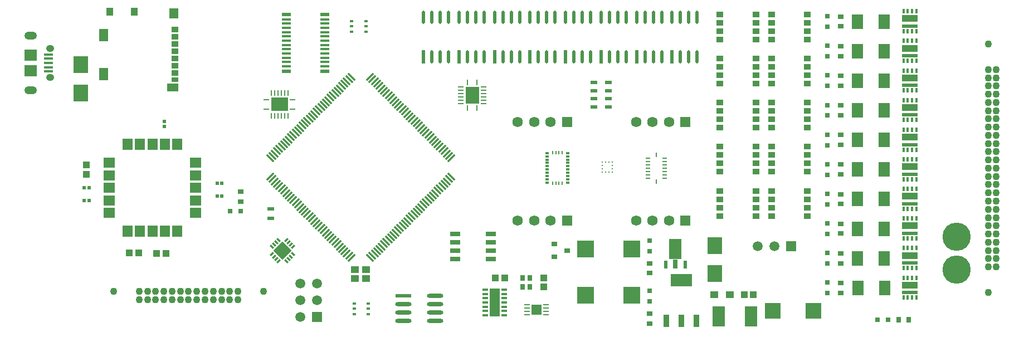
<source format=gbr>
%TF.GenerationSoftware,Altium Limited,Altium Designer,22.4.2 (48)*%
G04 Layer_Color=255*
%FSLAX45Y45*%
%MOMM*%
%TF.SameCoordinates,3A7B4B19-9BDF-4AC5-8A71-DEF6C9DA19E2*%
%TF.FilePolarity,Positive*%
%TF.FileFunction,Pads,Top*%
%TF.Part,Single*%
G01*
G75*
%TA.AperFunction,SMDPad,CuDef*%
G04:AMPARAMS|DCode=20|XSize=0.3mm|YSize=1.5mm|CornerRadius=0mm|HoleSize=0mm|Usage=FLASHONLY|Rotation=315.000|XOffset=0mm|YOffset=0mm|HoleType=Round|Shape=Rectangle|*
%AMROTATEDRECTD20*
4,1,4,-0.63640,-0.42426,0.42426,0.63640,0.63640,0.42426,-0.42426,-0.63640,-0.63640,-0.42426,0.0*
%
%ADD20ROTATEDRECTD20*%

G04:AMPARAMS|DCode=21|XSize=0.3mm|YSize=1.5mm|CornerRadius=0mm|HoleSize=0mm|Usage=FLASHONLY|Rotation=45.000|XOffset=0mm|YOffset=0mm|HoleType=Round|Shape=Rectangle|*
%AMROTATEDRECTD21*
4,1,4,0.42426,-0.63640,-0.63640,0.42426,-0.42426,0.63640,0.63640,-0.42426,0.42426,-0.63640,0.0*
%
%ADD21ROTATEDRECTD21*%

%ADD22R,0.28000X0.85000*%
%ADD23R,0.40640X0.68580*%
%ADD24R,1.14000X0.91000*%
%ADD25O,0.50000X2.00000*%
%ADD26R,0.67500X0.25000*%
%ADD27R,0.80000X0.80000*%
%ADD28R,1.05000X1.10000*%
%ADD29R,2.35000X2.45000*%
%ADD30R,0.90000X1.85000*%
%ADD31R,0.55000X1.30000*%
%ADD32R,0.80000X0.80000*%
%ADD33R,3.20000X1.85000*%
%ADD34R,1.10000X0.60000*%
%TA.AperFunction,ConnectorPad*%
%ADD35R,1.35000X0.40000*%
%TA.AperFunction,SMDPad,CuDef*%
%ADD36R,2.05000X2.55000*%
%ADD37R,0.85000X0.28000*%
%TA.AperFunction,SMDPad,SMDef*%
%ADD38R,0.25000X0.47500*%
%ADD39R,0.47500X0.35000*%
%TA.AperFunction,SMDPad,CuDef*%
%ADD40R,0.27500X0.25000*%
%TA.AperFunction,ConnectorPad*%
%ADD41R,1.35000X0.60000*%
%TA.AperFunction,SMDPad,CuDef*%
%ADD42R,2.55000X2.05000*%
%ADD43R,1.35000X1.55000*%
%ADD44R,1.10000X0.85000*%
%TA.AperFunction,ConnectorPad*%
%ADD45R,1.90000X1.80000*%
%TA.AperFunction,SMDPad,CuDef*%
%ADD46R,1.80000X1.17000*%
%ADD47R,1.50000X1.80000*%
%ADD48R,1.80000X1.50000*%
%ADD49R,1.10000X1.05000*%
%ADD50R,0.90000X0.80000*%
%ADD51R,1.52500X0.65000*%
%ADD52R,0.80000X0.90000*%
G04:AMPARAMS|DCode=53|XSize=0.85mm|YSize=0.25mm|CornerRadius=0.125mm|HoleSize=0mm|Usage=FLASHONLY|Rotation=0.000|XOffset=0mm|YOffset=0mm|HoleType=Round|Shape=RoundedRectangle|*
%AMROUNDEDRECTD53*
21,1,0.85000,0.00000,0,0,0.0*
21,1,0.60000,0.25000,0,0,0.0*
1,1,0.25000,0.30000,0.00000*
1,1,0.25000,-0.30000,0.00000*
1,1,0.25000,-0.30000,0.00000*
1,1,0.25000,0.30000,0.00000*
%
%ADD53ROUNDEDRECTD53*%
%ADD54R,1.50000X1.60000*%
%ADD55R,0.85000X0.35000*%
%ADD56R,1.20000X1.00000*%
%ADD57R,1.65000X4.25000*%
G04:AMPARAMS|DCode=58|XSize=2.46916mm|YSize=0.62213mm|CornerRadius=0.31107mm|HoleSize=0mm|Usage=FLASHONLY|Rotation=0.000|XOffset=0mm|YOffset=0mm|HoleType=Round|Shape=RoundedRectangle|*
%AMROUNDEDRECTD58*
21,1,2.46916,0.00000,0,0,0.0*
21,1,1.84702,0.62213,0,0,0.0*
1,1,0.62213,0.92351,0.00000*
1,1,0.62213,-0.92351,0.00000*
1,1,0.62213,-0.92351,0.00000*
1,1,0.62213,0.92351,0.00000*
%
%ADD58ROUNDEDRECTD58*%
%ADD59P,2.82843X4X180.0*%
G04:AMPARAMS|DCode=60|XSize=0.65mm|YSize=0.25mm|CornerRadius=0mm|HoleSize=0mm|Usage=FLASHONLY|Rotation=45.000|XOffset=0mm|YOffset=0mm|HoleType=Round|Shape=Rectangle|*
%AMROTATEDRECTD60*
4,1,4,-0.14142,-0.31820,-0.31820,-0.14142,0.14142,0.31820,0.31820,0.14142,-0.14142,-0.31820,0.0*
%
%ADD60ROTATEDRECTD60*%

%ADD61R,0.60000X0.40000*%
%ADD62R,0.90000X0.70000*%
%ADD63R,2.43840X0.55880*%
%ADD64R,2.43840X1.04140*%
%ADD65R,1.78000X2.16000*%
%ADD66R,2.46916X0.62213*%
%ADD67R,0.80000X1.47500*%
%ADD68R,1.85000X3.12500*%
%ADD69R,0.70000X0.90000*%
%ADD70R,0.51535X0.47247*%
%ADD71R,0.47247X0.51535*%
%ADD72R,2.30000X2.50000*%
%ADD73R,0.50000X2.00000*%
%ADD74R,2.50000X2.50000*%
%ADD75R,1.15000X1.00000*%
%ADD76R,1.95580X3.14960*%
%ADD77R,0.25000X0.67500*%
%ADD78R,0.25000X0.27500*%
%ADD79R,1.35000X1.90000*%
%ADD80R,1.00000X1.20000*%
%ADD81R,1.10000X0.75000*%
G04:AMPARAMS|DCode=82|XSize=0.65mm|YSize=0.25mm|CornerRadius=0mm|HoleSize=0mm|Usage=FLASHONLY|Rotation=135.000|XOffset=0mm|YOffset=0mm|HoleType=Round|Shape=Rectangle|*
%AMROTATEDRECTD82*
4,1,4,0.31820,-0.14142,0.14142,-0.31820,-0.31820,0.14142,-0.14142,0.31820,0.31820,-0.14142,0.0*
%
%ADD82ROTATEDRECTD82*%

%TA.AperFunction,ComponentPad*%
%ADD85C,1.10000*%
%ADD86C,4.30000*%
%ADD87C,1.50000*%
%ADD88C,1.59000*%
%ADD89O,1.25000X1.05000*%
%ADD90O,1.90000X1.20000*%
%ADD91R,1.59000X1.59000*%
%ADD92R,1.50000X1.50000*%
%ADD93R,1.50000X1.50000*%
D20*
X6141117Y3016168D02*
D03*
X6423959Y2733325D02*
D03*
X6530024Y2627262D02*
D03*
X6565381Y2591904D02*
D03*
X6600734Y2556551D02*
D03*
X6706802Y2450484D02*
D03*
X6671445Y2485841D02*
D03*
X6636091Y2521194D02*
D03*
X6211828Y2945457D02*
D03*
X6388602Y2768682D02*
D03*
X6105760Y3051525D02*
D03*
X6070407Y3086878D02*
D03*
X5858275Y3299010D02*
D03*
X5822918Y3334367D02*
D03*
X6176471Y2980814D02*
D03*
X7661396Y4536446D02*
D03*
X8121012Y4076829D02*
D03*
X6035050Y3122235D02*
D03*
X6494670Y2662615D02*
D03*
X6989644Y2167641D02*
D03*
X7307843Y4889999D02*
D03*
X7343196Y4854645D02*
D03*
X7378553Y4819288D02*
D03*
X7413907Y4783935D02*
D03*
X7449264Y4748578D02*
D03*
X7484617Y4713224D02*
D03*
X7519975Y4677867D02*
D03*
X7555328Y4642514D02*
D03*
X7590685Y4607157D02*
D03*
X7626039Y4571803D02*
D03*
X7696749Y4501093D02*
D03*
X7732106Y4465736D02*
D03*
X7767460Y4430382D02*
D03*
X7802817Y4395025D02*
D03*
X7838170Y4359671D02*
D03*
X7873528Y4324314D02*
D03*
X7908881Y4288961D02*
D03*
X7944238Y4253604D02*
D03*
X7979591Y4218250D02*
D03*
X8014948Y4182893D02*
D03*
X8050302Y4147540D02*
D03*
X8085659Y4112183D02*
D03*
X8156370Y4041472D02*
D03*
X8191723Y4006119D02*
D03*
X8227080Y3970762D02*
D03*
X8262434Y3935408D02*
D03*
X8297791Y3900051D02*
D03*
X8333144Y3864698D02*
D03*
X8368501Y3829341D02*
D03*
X8403854Y3793987D02*
D03*
X8439211Y3758630D02*
D03*
X8474565Y3723277D02*
D03*
X8509922Y3687920D02*
D03*
X8545276Y3652566D02*
D03*
X7024997Y2132288D02*
D03*
X6954287Y2202998D02*
D03*
X6918933Y2238352D02*
D03*
X6883576Y2273709D02*
D03*
X6848223Y2309062D02*
D03*
X6812866Y2344419D02*
D03*
X6777512Y2379773D02*
D03*
X6742155Y2415130D02*
D03*
X6459313Y2697972D02*
D03*
X6353249Y2804036D02*
D03*
X6317892Y2839393D02*
D03*
X6282538Y2874747D02*
D03*
X6247181Y2910104D02*
D03*
X5999696Y3157589D02*
D03*
X5964339Y3192946D02*
D03*
X5928986Y3228299D02*
D03*
X5893629Y3263656D02*
D03*
X5787565Y3369720D02*
D03*
D21*
X8227080Y3051528D02*
D03*
X8262434Y3086882D02*
D03*
X8297791Y3122239D02*
D03*
X8333144Y3157592D02*
D03*
X6671448Y4536446D02*
D03*
X6706805Y4571803D02*
D03*
X7626039Y2450487D02*
D03*
X7590685Y2415134D02*
D03*
X6742159Y4607157D02*
D03*
X5999700Y3864698D02*
D03*
X6035053Y3900051D02*
D03*
X6848226Y4713224D02*
D03*
X6459317Y4324315D02*
D03*
X6423963Y4288961D02*
D03*
X8509922Y3334371D02*
D03*
X8014948Y2839397D02*
D03*
X6636095Y4501093D02*
D03*
X8545276Y3369724D02*
D03*
X8474565Y3299013D02*
D03*
X8439211Y3263660D02*
D03*
X8403854Y3228303D02*
D03*
X8368501Y3192949D02*
D03*
X8191723Y3016171D02*
D03*
X8156370Y2980818D02*
D03*
X8121012Y2945461D02*
D03*
X8085659Y2910107D02*
D03*
X8050302Y2874750D02*
D03*
X7979591Y2804040D02*
D03*
X7944238Y2768686D02*
D03*
X7908881Y2733329D02*
D03*
X7873527Y2697976D02*
D03*
X7838170Y2662619D02*
D03*
X7802817Y2627265D02*
D03*
X7767460Y2591908D02*
D03*
X7732106Y2556555D02*
D03*
X7696749Y2521198D02*
D03*
X7661396Y2485844D02*
D03*
X7555328Y2379777D02*
D03*
X7519975Y2344423D02*
D03*
X7484617Y2309066D02*
D03*
X7449264Y2273712D02*
D03*
X7413907Y2238355D02*
D03*
X7378553Y2203002D02*
D03*
X7343196Y2167645D02*
D03*
X7307843Y2132291D02*
D03*
X5787568Y3652566D02*
D03*
X5822922Y3687920D02*
D03*
X5858279Y3723277D02*
D03*
X5893632Y3758630D02*
D03*
X5928989Y3793987D02*
D03*
X5964343Y3829341D02*
D03*
X6070411Y3935408D02*
D03*
X6105764Y3970762D02*
D03*
X6141121Y4006119D02*
D03*
X6176474Y4041472D02*
D03*
X6211831Y4076829D02*
D03*
X6247185Y4112183D02*
D03*
X6282542Y4147540D02*
D03*
X6317895Y4182893D02*
D03*
X6353252Y4218250D02*
D03*
X6388606Y4253604D02*
D03*
X6494674Y4359672D02*
D03*
X6530027Y4395025D02*
D03*
X6565384Y4430382D02*
D03*
X6600738Y4465736D02*
D03*
X6777516Y4642514D02*
D03*
X6812869Y4677867D02*
D03*
X6883580Y4748578D02*
D03*
X6918937Y4783935D02*
D03*
X6954290Y4819288D02*
D03*
X6989647Y4854645D02*
D03*
X7025001Y4889999D02*
D03*
D22*
X5807500Y4642500D02*
D03*
X8784999Y4412499D02*
D03*
X5907500Y4642500D02*
D03*
X6057500D02*
D03*
X6007500D02*
D03*
X5957500D02*
D03*
X5857500D02*
D03*
X5807500Y4297500D02*
D03*
X5857500D02*
D03*
X5907500Y4297500D02*
D03*
X5957500D02*
D03*
X6007500D02*
D03*
X6057500D02*
D03*
X8784999Y4807500D02*
D03*
X8935002Y4412499D02*
D03*
Y4807500D02*
D03*
D23*
X15610001Y5884997D02*
D03*
X15545001D02*
D03*
X15545004Y5434997D02*
D03*
X15480003Y5884997D02*
D03*
X15480005Y5434997D02*
D03*
X15610002D02*
D03*
X15480005Y4984997D02*
D03*
X15545004D02*
D03*
X15610002D02*
D03*
X15609998Y4534997D02*
D03*
X15545004Y4084997D02*
D03*
X15610002D02*
D03*
X15480000Y4534997D02*
D03*
X15545000D02*
D03*
X15480005Y4084997D02*
D03*
Y3634998D02*
D03*
X15610002D02*
D03*
X15545004D02*
D03*
X15609998Y3184998D02*
D03*
X15545004Y2734998D02*
D03*
X15610002D02*
D03*
X15480000Y3184998D02*
D03*
X15545000D02*
D03*
X15480005Y2734998D02*
D03*
X15609998Y2284998D02*
D03*
X15545000Y1834998D02*
D03*
X15609998D02*
D03*
X15545000Y2284998D02*
D03*
X15480000D02*
D03*
Y1834998D02*
D03*
X15415004Y5582737D02*
D03*
X15480003D02*
D03*
X15545001D02*
D03*
X15610001D02*
D03*
X15415004Y5884997D02*
D03*
X15415001Y1532738D02*
D03*
X15480000D02*
D03*
X15545000D02*
D03*
X15609998D02*
D03*
X15415001Y1834998D02*
D03*
X15415007Y3634998D02*
D03*
X15610002Y3332738D02*
D03*
X15545004D02*
D03*
X15480005D02*
D03*
X15415007D02*
D03*
Y2734998D02*
D03*
X15610002Y2432738D02*
D03*
X15545004D02*
D03*
X15480005D02*
D03*
X15415007D02*
D03*
X15415001Y4534997D02*
D03*
X15609998Y4232737D02*
D03*
X15545000D02*
D03*
X15480000D02*
D03*
X15415001D02*
D03*
X15415007Y5434997D02*
D03*
X15610002Y5132737D02*
D03*
X15545004D02*
D03*
X15480005D02*
D03*
X15415007D02*
D03*
X15415001Y3184998D02*
D03*
X15609998Y2882738D02*
D03*
X15545000D02*
D03*
X15480000D02*
D03*
X15415001D02*
D03*
X15415007Y4084997D02*
D03*
X15610002Y3782737D02*
D03*
X15545004D02*
D03*
X15480005D02*
D03*
X15415007D02*
D03*
X15415001Y2284998D02*
D03*
X15609998Y1982738D02*
D03*
X15545000D02*
D03*
X15480000D02*
D03*
X15415001D02*
D03*
X15415007Y4984997D02*
D03*
X15610002Y4682737D02*
D03*
X15545004D02*
D03*
X15480005D02*
D03*
X15415007D02*
D03*
D24*
X13406996Y5454500D02*
D03*
Y5708500D02*
D03*
Y5038500D02*
D03*
Y4784500D02*
D03*
X12626997Y5708500D02*
D03*
Y5454500D02*
D03*
Y5038500D02*
D03*
X13406996Y4368501D02*
D03*
Y4114501D02*
D03*
Y3698501D02*
D03*
X12626997Y4784500D02*
D03*
Y4368501D02*
D03*
Y4114501D02*
D03*
Y3698501D02*
D03*
X13406996Y3444501D02*
D03*
X12626997D02*
D03*
X13406996Y2774501D02*
D03*
Y3028501D02*
D03*
X12626997D02*
D03*
Y2774501D02*
D03*
X13406996Y5835500D02*
D03*
Y5581500D02*
D03*
X13952995Y5835500D02*
D03*
Y5708500D02*
D03*
Y5581500D02*
D03*
Y5454500D02*
D03*
X12626997Y3155501D02*
D03*
Y2901501D02*
D03*
X13172997Y3155501D02*
D03*
Y3028501D02*
D03*
Y2901501D02*
D03*
Y2774501D02*
D03*
X13406996Y3155501D02*
D03*
Y2901501D02*
D03*
X13952995Y3155501D02*
D03*
Y3028501D02*
D03*
Y2901501D02*
D03*
Y2774501D02*
D03*
X12626997Y3825501D02*
D03*
Y3571501D02*
D03*
X13172997Y3825501D02*
D03*
Y3698501D02*
D03*
Y3571501D02*
D03*
Y3444501D02*
D03*
X13406996Y3825501D02*
D03*
Y3571501D02*
D03*
X13952995Y3825501D02*
D03*
Y3698501D02*
D03*
Y3571501D02*
D03*
Y3444501D02*
D03*
X12626997Y4495501D02*
D03*
Y4241501D02*
D03*
X13172997Y4495501D02*
D03*
Y4368501D02*
D03*
Y4241501D02*
D03*
Y4114501D02*
D03*
X13406996Y4495501D02*
D03*
Y4241501D02*
D03*
X13952995Y4495501D02*
D03*
Y4368501D02*
D03*
Y4241501D02*
D03*
Y4114501D02*
D03*
X12626997Y5165500D02*
D03*
Y4911500D02*
D03*
X13172997Y5165500D02*
D03*
Y5038500D02*
D03*
Y4911500D02*
D03*
Y4784500D02*
D03*
X13406996Y5165500D02*
D03*
Y4911500D02*
D03*
X13952995Y5165500D02*
D03*
Y5038500D02*
D03*
Y4911500D02*
D03*
Y4784500D02*
D03*
X12626997Y5835500D02*
D03*
Y5581500D02*
D03*
X13172997Y5835500D02*
D03*
Y5708500D02*
D03*
Y5581500D02*
D03*
Y5454500D02*
D03*
D25*
X12279997Y5190000D02*
D03*
X11199997D02*
D03*
X11739997D02*
D03*
X10659997D02*
D03*
X10119997D02*
D03*
X9579997D02*
D03*
X9039997D02*
D03*
X8499997D02*
D03*
X9579997Y5789998D02*
D03*
X9452997D02*
D03*
X9325997D02*
D03*
X9198997D02*
D03*
X9452997Y5190000D02*
D03*
X9325997D02*
D03*
X10119997Y5789998D02*
D03*
X9992997D02*
D03*
X9865997D02*
D03*
X9738997D02*
D03*
X9992997Y5190000D02*
D03*
X9865997D02*
D03*
X9039997Y5789998D02*
D03*
X8912997D02*
D03*
X8785997D02*
D03*
X8658997D02*
D03*
X8912997Y5190000D02*
D03*
X8785997D02*
D03*
X8245997D02*
D03*
X8372997D02*
D03*
X8118997Y5789998D02*
D03*
X8245997D02*
D03*
X8372997D02*
D03*
X8499997D02*
D03*
X11199997D02*
D03*
X11072997D02*
D03*
X10945997D02*
D03*
X10818997D02*
D03*
X11072997Y5190000D02*
D03*
X10945997D02*
D03*
X12279997Y5789998D02*
D03*
X12152997D02*
D03*
X12025997D02*
D03*
X11898997D02*
D03*
X12152997Y5190000D02*
D03*
X12025997D02*
D03*
X10659997Y5789998D02*
D03*
X10532997D02*
D03*
X10405997D02*
D03*
X10278997D02*
D03*
X10532997Y5190000D02*
D03*
X10405997D02*
D03*
X11739997Y5789998D02*
D03*
X11612997D02*
D03*
X11485997D02*
D03*
X11358997D02*
D03*
X11612997Y5190000D02*
D03*
X11485997D02*
D03*
D26*
X11786250Y3600000D02*
D03*
Y3500000D02*
D03*
Y3400000D02*
D03*
Y3349998D02*
D03*
Y3649997D02*
D03*
Y3549997D02*
D03*
Y3449998D02*
D03*
X11533749Y3349998D02*
D03*
Y3400000D02*
D03*
Y3449998D02*
D03*
Y3500000D02*
D03*
Y3549997D02*
D03*
Y3600000D02*
D03*
Y3649997D02*
D03*
D27*
X15020001Y1195001D02*
D03*
X5180000Y2845000D02*
D03*
X5340000D02*
D03*
X15180000Y1195001D02*
D03*
D28*
X13135001Y1575001D02*
D03*
X9215000Y1830000D02*
D03*
X3650000Y2210000D02*
D03*
X4205000Y2205000D02*
D03*
X9355000Y1830000D02*
D03*
X3790000Y2210000D02*
D03*
X4065000Y2205000D02*
D03*
X12995003Y1575001D02*
D03*
D29*
X13425002Y1335002D02*
D03*
X14045000D02*
D03*
D30*
X12040000Y1180000D02*
D03*
X11810000D02*
D03*
X12270000D02*
D03*
D31*
X11800000Y2031200D02*
D03*
X12100000D02*
D03*
D32*
X11560001Y2395002D02*
D03*
Y1635000D02*
D03*
X14255000Y5809994D02*
D03*
Y5649994D02*
D03*
Y1759995D02*
D03*
Y1599995D02*
D03*
Y2209995D02*
D03*
Y2049995D02*
D03*
X14254997Y5359996D02*
D03*
Y5199992D02*
D03*
Y4909991D02*
D03*
Y4749992D02*
D03*
Y4459997D02*
D03*
Y4299997D02*
D03*
Y4009997D02*
D03*
Y3849992D02*
D03*
Y3559992D02*
D03*
Y3399992D02*
D03*
Y3109997D02*
D03*
Y2949997D02*
D03*
Y2659997D02*
D03*
Y2499992D02*
D03*
X11560001Y2234997D02*
D03*
Y1475000D02*
D03*
D33*
X12040000Y1800000D02*
D03*
D34*
X10707502Y4679998D02*
D03*
Y4555000D02*
D03*
Y4805002D02*
D03*
Y4430001D02*
D03*
X10927502D02*
D03*
Y4555000D02*
D03*
Y4679998D02*
D03*
Y4805002D02*
D03*
X5800001Y2880002D02*
D03*
Y2739997D02*
D03*
D35*
X6622500Y5632501D02*
D03*
X2417498Y4969999D02*
D03*
X6622500Y5697501D02*
D03*
Y5762501D02*
D03*
Y5567501D02*
D03*
Y5502501D02*
D03*
X6037500D02*
D03*
Y5567501D02*
D03*
Y5762501D02*
D03*
Y5697501D02*
D03*
Y5632501D02*
D03*
Y5437500D02*
D03*
Y5372500D02*
D03*
Y5307500D02*
D03*
Y5242500D02*
D03*
Y5047500D02*
D03*
Y5112500D02*
D03*
Y5177500D02*
D03*
X6622500D02*
D03*
Y5112500D02*
D03*
Y5047500D02*
D03*
Y5242500D02*
D03*
Y5307500D02*
D03*
Y5372500D02*
D03*
Y5437500D02*
D03*
X2417498Y5229998D02*
D03*
Y5034998D02*
D03*
Y5100001D02*
D03*
X2417499Y5165000D02*
D03*
D36*
X8860001Y4609999D02*
D03*
D37*
X8687499Y4585001D02*
D03*
X5735000Y4545000D02*
D03*
X8687499Y4485001D02*
D03*
X6130000Y4545000D02*
D03*
X5735000Y4395000D02*
D03*
X6130000D02*
D03*
X8687499Y4734998D02*
D03*
Y4685001D02*
D03*
Y4634998D02*
D03*
Y4534998D02*
D03*
X9032502Y4485001D02*
D03*
Y4534998D02*
D03*
X9032502Y4585001D02*
D03*
X9032502Y4634998D02*
D03*
Y4685001D02*
D03*
Y4734998D02*
D03*
D38*
X10230003Y3736250D02*
D03*
X10080000D02*
D03*
X10180000Y3273752D02*
D03*
X10129998D02*
D03*
X10230003D02*
D03*
X10080000D02*
D03*
X10129998Y3736250D02*
D03*
X10180000D02*
D03*
D39*
X9998751Y3730002D02*
D03*
X10311252Y3530002D02*
D03*
Y3730002D02*
D03*
Y3679999D02*
D03*
Y3630002D02*
D03*
Y3580000D02*
D03*
Y3480000D02*
D03*
Y3430003D02*
D03*
Y3380000D02*
D03*
Y3330003D02*
D03*
Y3280000D02*
D03*
X9998751D02*
D03*
Y3330003D02*
D03*
Y3380000D02*
D03*
Y3430003D02*
D03*
Y3480000D02*
D03*
Y3530002D02*
D03*
Y3580000D02*
D03*
Y3630002D02*
D03*
Y3679999D02*
D03*
D40*
X10991250Y3540002D02*
D03*
Y3490000D02*
D03*
Y3590000D02*
D03*
Y3440003D02*
D03*
X10838748D02*
D03*
Y3490000D02*
D03*
Y3540002D02*
D03*
Y3590000D02*
D03*
D41*
X6037500Y4972500D02*
D03*
Y5837501D02*
D03*
X6622500Y4972500D02*
D03*
Y5837501D02*
D03*
D42*
X5932500Y4470000D02*
D03*
D43*
X4328748Y5857250D02*
D03*
D44*
X4341250Y5061249D02*
D03*
Y5611251D02*
D03*
Y5501248D02*
D03*
Y5391251D02*
D03*
X4341250Y5281249D02*
D03*
X4341250Y5171252D02*
D03*
X4341250Y4951252D02*
D03*
D45*
X2150001Y5214997D02*
D03*
X2150001Y4985000D02*
D03*
D46*
X4306249Y4725248D02*
D03*
D47*
X4379998Y3860001D02*
D03*
X3620000D02*
D03*
X4190001Y2539999D02*
D03*
X4379998D02*
D03*
X3620000D02*
D03*
X3810002D02*
D03*
X3999999D02*
D03*
X4190001Y3860001D02*
D03*
X3999999D02*
D03*
X3810002D02*
D03*
D48*
X3340000Y3580002D02*
D03*
X4659998D02*
D03*
Y2819998D02*
D03*
X3340000D02*
D03*
X4659998Y3010001D02*
D03*
Y3199998D02*
D03*
Y3390000D02*
D03*
X3340000D02*
D03*
Y3199998D02*
D03*
Y3010001D02*
D03*
D49*
X3000000Y3550000D02*
D03*
X9950000Y1835000D02*
D03*
Y1695000D02*
D03*
X3000000Y3410000D02*
D03*
D50*
X10104998Y2154999D02*
D03*
Y2345001D02*
D03*
X10305003Y2250000D02*
D03*
D51*
X8598800Y2120491D02*
D03*
Y2374491D02*
D03*
Y2247491D02*
D03*
X9141200Y2120491D02*
D03*
Y2247491D02*
D03*
Y2374491D02*
D03*
Y2501491D02*
D03*
X8598800D02*
D03*
D52*
X9735000Y1835000D02*
D03*
X9625000Y1695000D02*
D03*
Y1835000D02*
D03*
X9735000Y1695000D02*
D03*
D53*
X9980000Y1425000D02*
D03*
X9690000Y1375000D02*
D03*
X9980000D02*
D03*
Y1325000D02*
D03*
Y1275000D02*
D03*
X9690000D02*
D03*
Y1325000D02*
D03*
Y1425000D02*
D03*
D54*
X9835000Y1350000D02*
D03*
D55*
X9345000Y1655000D02*
D03*
Y1265000D02*
D03*
Y1330000D02*
D03*
Y1395000D02*
D03*
Y1460000D02*
D03*
Y1525000D02*
D03*
Y1590000D02*
D03*
X9055000Y1655000D02*
D03*
Y1590000D02*
D03*
Y1525000D02*
D03*
Y1460000D02*
D03*
Y1395000D02*
D03*
Y1330000D02*
D03*
Y1265000D02*
D03*
D56*
X7249999Y1825001D02*
D03*
X7080002Y1954998D02*
D03*
Y1825001D02*
D03*
X7249999Y1954998D02*
D03*
D57*
X9200000Y1460000D02*
D03*
D58*
X7813640Y1433500D02*
D03*
Y1306500D02*
D03*
Y1179500D02*
D03*
X8296360D02*
D03*
Y1306500D02*
D03*
Y1433500D02*
D03*
Y1560500D02*
D03*
D59*
X5977364Y2248432D02*
D03*
D60*
X5850085Y2156506D02*
D03*
X6033932Y2411068D02*
D03*
X6069289Y2375711D02*
D03*
X6104643Y2340357D02*
D03*
X6140000Y2305000D02*
D03*
X5920795Y2085796D02*
D03*
X5885438Y2121153D02*
D03*
X5814728Y2191863D02*
D03*
D61*
X7285000Y1284999D02*
D03*
Y1365000D02*
D03*
Y1445000D02*
D03*
X7065000D02*
D03*
Y1365000D02*
D03*
Y1284999D02*
D03*
X7025000Y5576361D02*
D03*
Y5656361D02*
D03*
Y5736361D02*
D03*
X7245000D02*
D03*
X7245000Y5656361D02*
D03*
Y5576361D02*
D03*
D62*
X14460001Y5654994D02*
D03*
Y5804994D02*
D03*
X14460001Y5354995D02*
D03*
Y4904996D02*
D03*
Y4454991D02*
D03*
Y4004996D02*
D03*
Y3554996D02*
D03*
Y2654996D02*
D03*
Y2204996D02*
D03*
Y1754991D02*
D03*
Y3104991D02*
D03*
X5340000Y3145000D02*
D03*
Y2995000D02*
D03*
X11559998Y1290001D02*
D03*
Y1139999D02*
D03*
X11560000Y2055001D02*
D03*
Y1904999D02*
D03*
X14460001Y1604994D02*
D03*
Y3404999D02*
D03*
Y2504994D02*
D03*
Y4304993D02*
D03*
Y5204993D02*
D03*
Y2954994D02*
D03*
Y3854994D02*
D03*
Y2054999D02*
D03*
Y4754993D02*
D03*
D63*
X15512502Y5658227D02*
D03*
Y1608227D02*
D03*
Y3408226D02*
D03*
Y2508227D02*
D03*
Y4308226D02*
D03*
Y5208226D02*
D03*
Y2958226D02*
D03*
Y3858226D02*
D03*
Y2058227D02*
D03*
Y4758226D02*
D03*
D64*
Y5773237D02*
D03*
Y1723238D02*
D03*
Y3523238D02*
D03*
Y2623238D02*
D03*
Y4423237D02*
D03*
Y5323237D02*
D03*
Y3073238D02*
D03*
Y3973237D02*
D03*
Y2173238D02*
D03*
Y4873237D02*
D03*
D65*
X15122501Y5729994D02*
D03*
X14717500D02*
D03*
X14717499Y5279996D02*
D03*
X14717503Y4829996D02*
D03*
X14717500Y4379997D02*
D03*
X14717499Y3929997D02*
D03*
X14717500Y3479997D02*
D03*
X14717499Y2579997D02*
D03*
X14717500Y2129997D02*
D03*
X14722501Y1679997D02*
D03*
X14717500Y3029997D02*
D03*
X15127498Y1679997D02*
D03*
X15122499Y3479997D02*
D03*
X15122502Y2579997D02*
D03*
X15122498Y4379997D02*
D03*
X15122502Y5279996D02*
D03*
X15122498Y3029997D02*
D03*
X15122502Y3929997D02*
D03*
X15122499Y2129997D02*
D03*
X15122501Y4829996D02*
D03*
D66*
X7813640Y1560500D02*
D03*
D67*
X11950000Y2040000D02*
D03*
D68*
Y2270000D02*
D03*
D69*
X15495001Y1195000D02*
D03*
X15345000D02*
D03*
D70*
X2962144Y3010000D02*
D03*
X3037856D02*
D03*
X5057857Y3075000D02*
D03*
X4982144D02*
D03*
X3037857Y3200000D02*
D03*
X2962144D02*
D03*
X4982144Y3275000D02*
D03*
X5057856D02*
D03*
D71*
X4185000Y4137144D02*
D03*
Y4212856D02*
D03*
D72*
X12550000Y2324999D02*
D03*
Y1895002D02*
D03*
X2910000Y4640000D02*
D03*
Y5070000D02*
D03*
D73*
X9198997Y5190000D02*
D03*
X9738997D02*
D03*
X8658997D02*
D03*
X8118997D02*
D03*
X10818997D02*
D03*
X11898997D02*
D03*
X10278997D02*
D03*
X11358997D02*
D03*
D74*
X11285001Y1570001D02*
D03*
X11285001Y2269999D02*
D03*
X10585002Y1570000D02*
D03*
Y2269999D02*
D03*
D75*
X12537499Y1579998D02*
D03*
X12772499D02*
D03*
D76*
X12604891Y1244999D02*
D03*
X13095111D02*
D03*
D77*
X11659997Y3298746D02*
D03*
Y3701249D02*
D03*
D78*
X10890000Y3591249D02*
D03*
X10939997D02*
D03*
Y3438748D02*
D03*
X10890000D02*
D03*
D79*
X3258748Y4927752D02*
D03*
Y5524748D02*
D03*
D80*
X3726250Y5874750D02*
D03*
X3356248D02*
D03*
D81*
X4341250Y4846248D02*
D03*
D82*
X5814728Y2305000D02*
D03*
X5850085Y2340357D02*
D03*
X5885438Y2375711D02*
D03*
X5920795Y2411068D02*
D03*
X6140000Y2191863D02*
D03*
X6104643Y2156506D02*
D03*
X6069289Y2121152D02*
D03*
X6033932Y2085795D02*
D03*
D85*
X5299999Y1630000D02*
D03*
X5050002D02*
D03*
X4924998D02*
D03*
X4675001D02*
D03*
X4550003D02*
D03*
X4300000D02*
D03*
X4175002D02*
D03*
X3925000D02*
D03*
X3800002D02*
D03*
X3800001Y1505001D02*
D03*
X16700000Y2250000D02*
D03*
X16825000D02*
D03*
X5175000Y1630000D02*
D03*
X5175000Y1505001D02*
D03*
X4800000Y1630000D02*
D03*
X4424999D02*
D03*
X4424999Y1505001D02*
D03*
X4800000D02*
D03*
X4049999Y1630000D02*
D03*
Y1505001D02*
D03*
X5299998D02*
D03*
X5050002D02*
D03*
X4924998D02*
D03*
X4675001D02*
D03*
X4550003D02*
D03*
X4300001D02*
D03*
X4175002D02*
D03*
X3925000D02*
D03*
X5690001Y1630000D02*
D03*
X3410000Y1630000D02*
D03*
X16700000Y4875000D02*
D03*
X16825000D02*
D03*
X16700000Y4625000D02*
D03*
X16825000D02*
D03*
X16700000Y4375000D02*
D03*
X16825000D02*
D03*
X16700000Y4125000D02*
D03*
X16825000D02*
D03*
X16700000Y3875000D02*
D03*
X16825000D02*
D03*
X16700000Y3625000D02*
D03*
X16825000D02*
D03*
X16700000Y3375000D02*
D03*
X16825000D02*
D03*
X16700000Y3125000D02*
D03*
X16825000D02*
D03*
X16700000Y2875000D02*
D03*
X16825000D02*
D03*
X16700000Y2625000D02*
D03*
X16825000D02*
D03*
X16700000Y2500000D02*
D03*
X16825000Y2375000D02*
D03*
Y2500000D02*
D03*
X16700000Y2125000D02*
D03*
X16825000D02*
D03*
X16700000Y2375000D02*
D03*
Y2000000D02*
D03*
X16825000D02*
D03*
X16700000Y1610000D02*
D03*
Y5390000D02*
D03*
X16825000Y2750000D02*
D03*
Y3000000D02*
D03*
Y3250000D02*
D03*
Y3500000D02*
D03*
Y3750000D02*
D03*
Y4000000D02*
D03*
Y4250000D02*
D03*
Y4500000D02*
D03*
Y4750000D02*
D03*
Y5000000D02*
D03*
X16700000Y2750000D02*
D03*
Y3000000D02*
D03*
Y3250000D02*
D03*
Y3500000D02*
D03*
Y3750000D02*
D03*
Y4000000D02*
D03*
Y4250000D02*
D03*
Y4500000D02*
D03*
Y4750000D02*
D03*
Y5000000D02*
D03*
D86*
X16220000Y2460000D02*
D03*
X16220000Y1959996D02*
D03*
D87*
X13450000Y2315000D02*
D03*
X6499999Y1744000D02*
D03*
X6245999D02*
D03*
Y1490000D02*
D03*
X6499999D02*
D03*
X6245998Y1236000D02*
D03*
X13196001Y2315000D02*
D03*
D88*
X9800000Y4199999D02*
D03*
Y2699999D02*
D03*
X10050002Y4199999D02*
D03*
X9549998D02*
D03*
X11349998Y4200002D02*
D03*
X11600000D02*
D03*
X11850002D02*
D03*
X11849999Y2700001D02*
D03*
X11599997D02*
D03*
X11350000D02*
D03*
X9549998Y2699999D02*
D03*
X10050002D02*
D03*
D89*
X2450000Y5322500D02*
D03*
Y4877497D02*
D03*
D90*
X2150001Y5517501D02*
D03*
X2150001Y4682502D02*
D03*
D91*
X10299999Y4199999D02*
D03*
X12099999Y4200001D02*
D03*
X12100001Y2700001D02*
D03*
X10299999Y2699999D02*
D03*
D92*
X6499999Y1236000D02*
D03*
D93*
X13703999Y2315000D02*
D03*
%TF.MD5,88f410e94bec21367f191f49cc9dc4c6*%
M02*

</source>
